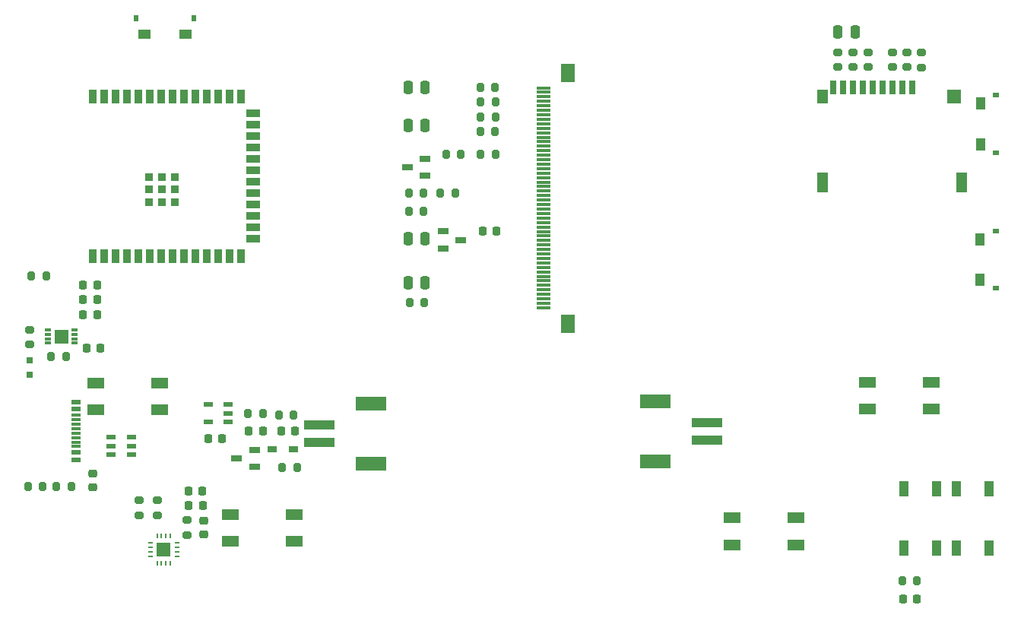
<source format=gbr>
%TF.GenerationSoftware,KiCad,Pcbnew,7.0.7*%
%TF.CreationDate,2023-10-03T15:02:23+02:00*%
%TF.ProjectId,Untitled,556e7469-746c-4656-942e-6b696361645f,rev?*%
%TF.SameCoordinates,Original*%
%TF.FileFunction,Paste,Top*%
%TF.FilePolarity,Positive*%
%FSLAX46Y46*%
G04 Gerber Fmt 4.6, Leading zero omitted, Abs format (unit mm)*
G04 Created by KiCad (PCBNEW 7.0.7) date 2023-10-03 15:02:23*
%MOMM*%
%LPD*%
G01*
G04 APERTURE LIST*
G04 Aperture macros list*
%AMRoundRect*
0 Rectangle with rounded corners*
0 $1 Rounding radius*
0 $2 $3 $4 $5 $6 $7 $8 $9 X,Y pos of 4 corners*
0 Add a 4 corners polygon primitive as box body*
4,1,4,$2,$3,$4,$5,$6,$7,$8,$9,$2,$3,0*
0 Add four circle primitives for the rounded corners*
1,1,$1+$1,$2,$3*
1,1,$1+$1,$4,$5*
1,1,$1+$1,$6,$7*
1,1,$1+$1,$8,$9*
0 Add four rect primitives between the rounded corners*
20,1,$1+$1,$2,$3,$4,$5,0*
20,1,$1+$1,$4,$5,$6,$7,0*
20,1,$1+$1,$6,$7,$8,$9,0*
20,1,$1+$1,$8,$9,$2,$3,0*%
G04 Aperture macros list end*
%ADD10R,0.700000X1.600000*%
%ADD11R,1.200000X1.500000*%
%ADD12R,1.200000X2.200000*%
%ADD13R,1.600000X1.500000*%
%ADD14R,3.500000X1.000000*%
%ADD15R,3.500000X1.500000*%
%ADD16R,1.450000X1.100000*%
%ADD17R,0.600000X0.800000*%
%ADD18R,1.100000X0.600000*%
%ADD19R,1.100000X0.300000*%
%ADD20R,1.070000X0.530000*%
%ADD21RoundRect,0.200000X-0.200000X-0.275000X0.200000X-0.275000X0.200000X0.275000X-0.200000X0.275000X0*%
%ADD22RoundRect,0.200000X0.200000X0.275000X-0.200000X0.275000X-0.200000X-0.275000X0.200000X-0.275000X0*%
%ADD23R,1.900000X1.200000*%
%ADD24R,0.750000X0.300000*%
%ADD25R,1.600000X1.600000*%
%ADD26R,1.250000X0.700000*%
%ADD27RoundRect,0.200000X0.275000X-0.200000X0.275000X0.200000X-0.275000X0.200000X-0.275000X-0.200000X0*%
%ADD28RoundRect,0.250000X-0.250000X-0.475000X0.250000X-0.475000X0.250000X0.475000X-0.250000X0.475000X0*%
%ADD29RoundRect,0.225000X0.225000X0.250000X-0.225000X0.250000X-0.225000X-0.250000X0.225000X-0.250000X0*%
%ADD30RoundRect,0.225000X-0.225000X-0.250000X0.225000X-0.250000X0.225000X0.250000X-0.225000X0.250000X0*%
%ADD31RoundRect,0.200000X-0.275000X0.200000X-0.275000X-0.200000X0.275000X-0.200000X0.275000X0.200000X0*%
%ADD32R,1.000000X1.700000*%
%ADD33R,0.900000X1.500000*%
%ADD34R,1.500000X0.900000*%
%ADD35R,0.900000X0.900000*%
%ADD36R,0.800000X0.800000*%
%ADD37R,1.000000X0.750000*%
%ADD38RoundRect,0.225000X-0.250000X0.225000X-0.250000X-0.225000X0.250000X-0.225000X0.250000X0.225000X0*%
%ADD39R,1.100000X1.450000*%
%ADD40R,0.800000X0.600000*%
%ADD41R,1.000000X0.600000*%
%ADD42RoundRect,0.225000X0.250000X-0.225000X0.250000X0.225000X-0.250000X0.225000X-0.250000X-0.225000X0*%
%ADD43R,1.500000X0.300000*%
%ADD44R,1.600000X2.000000*%
%ADD45R,0.600000X0.250000*%
%ADD46R,0.250000X0.600000*%
%ADD47R,1.500000X1.500000*%
%ADD48RoundRect,0.250000X0.250000X0.475000X-0.250000X0.475000X-0.250000X-0.475000X0.250000X-0.475000X0*%
G04 APERTURE END LIST*
D10*
%TO.C,Card1*%
X184600000Y-68000000D03*
X185700000Y-68000000D03*
X186800000Y-68000000D03*
X187900000Y-68000000D03*
X189000000Y-68000000D03*
X190100000Y-68000000D03*
X191200000Y-68000000D03*
X192300000Y-68000000D03*
X183500000Y-68000000D03*
D11*
X182300000Y-69000000D03*
D12*
X182300000Y-78600000D03*
X197800000Y-78600000D03*
D13*
X196900000Y-69000000D03*
%TD*%
D14*
%TO.C,H1*%
X126255982Y-107588781D03*
X126255982Y-105588781D03*
D15*
X131955982Y-109938781D03*
X131955982Y-103238781D03*
%TD*%
D16*
%TO.C,SW8*%
X111324630Y-62056434D03*
X106764630Y-62056434D03*
D17*
X112244630Y-60316434D03*
X105844630Y-60316434D03*
%TD*%
D18*
%TO.C,USB1*%
X99144549Y-103072072D03*
X99144549Y-103872072D03*
D19*
X99144549Y-104522072D03*
X99144549Y-105022072D03*
X99144549Y-105522072D03*
X99144549Y-106022072D03*
X99144549Y-106522072D03*
X99144549Y-107022072D03*
X99144549Y-107522072D03*
X99144549Y-108022072D03*
D18*
X99144549Y-108672072D03*
X99144549Y-109472072D03*
%TD*%
D14*
%TO.C,H2*%
X169386717Y-105323677D03*
X169386717Y-107323677D03*
D15*
X163686717Y-102973677D03*
X163686717Y-109673677D03*
%TD*%
D20*
%TO.C,D3*%
X103000000Y-107000000D03*
X103000000Y-107950000D03*
X103000000Y-108900000D03*
X105300000Y-108900000D03*
X105300000Y-107950000D03*
X105300000Y-107000000D03*
%TD*%
D21*
%TO.C,R14*%
X96350000Y-98000000D03*
X98000000Y-98000000D03*
%TD*%
D22*
%TO.C,R39*%
X145842365Y-71290465D03*
X144192365Y-71290465D03*
%TD*%
D23*
%TO.C,SW6*%
X187299647Y-103864513D03*
X194379647Y-103864513D03*
X194379647Y-100864513D03*
X187299647Y-100864513D03*
%TD*%
D22*
%TO.C,R9*%
X137875000Y-79794159D03*
X136225000Y-79794159D03*
%TD*%
D24*
%TO.C,U2*%
X99000000Y-96500000D03*
X99000000Y-96000000D03*
X99000000Y-95500000D03*
X99000000Y-95000000D03*
X96000000Y-95000000D03*
X96000000Y-95500000D03*
X96000000Y-96000000D03*
X96000000Y-96500000D03*
D25*
X97500000Y-95750000D03*
%TD*%
D26*
%TO.C,Q3*%
X140000000Y-84050000D03*
X140000000Y-85950000D03*
X142000000Y-85000000D03*
%TD*%
D27*
%TO.C,R27*%
X185712862Y-65773080D03*
X185712862Y-64123080D03*
%TD*%
D21*
%TO.C,R3*%
X122122576Y-110312356D03*
X123772576Y-110312356D03*
%TD*%
D27*
%TO.C,R31*%
X193333983Y-65786529D03*
X193333983Y-64136529D03*
%TD*%
D28*
%TO.C,C18*%
X136100000Y-84840779D03*
X138000000Y-84840779D03*
%TD*%
%TO.C,C19*%
X136100000Y-89783035D03*
X138000000Y-89783035D03*
%TD*%
D29*
%TO.C,C8*%
X113248427Y-114614991D03*
X111698427Y-114614991D03*
%TD*%
D21*
%TO.C,R5*%
X118297576Y-104312356D03*
X119947576Y-104312356D03*
%TD*%
D30*
%TO.C,C11*%
X99938831Y-91636276D03*
X101488831Y-91636276D03*
%TD*%
%TO.C,C3*%
X113853865Y-107165072D03*
X115403865Y-107165072D03*
%TD*%
%TO.C,C2*%
X99938831Y-93318430D03*
X101488831Y-93318430D03*
%TD*%
D22*
%TO.C,R36*%
X145842365Y-69647597D03*
X144192365Y-69647597D03*
%TD*%
D27*
%TO.C,R28*%
X187382101Y-65767441D03*
X187382101Y-64117441D03*
%TD*%
D31*
%TO.C,R7*%
X108159682Y-114000000D03*
X108159682Y-115650000D03*
%TD*%
D32*
%TO.C,SW2*%
X200850000Y-112700000D03*
X200850000Y-119300000D03*
X197150000Y-112700000D03*
X197150000Y-119300000D03*
%TD*%
D21*
%TO.C,R40*%
X144188941Y-75467361D03*
X145838941Y-75467361D03*
%TD*%
D32*
%TO.C,SW1*%
X195003639Y-112700000D03*
X195003639Y-119300000D03*
X191303639Y-112700000D03*
X191303639Y-119300000D03*
%TD*%
D23*
%TO.C,SW7*%
X172234852Y-118951737D03*
X179314852Y-118951737D03*
X179314852Y-115951737D03*
X172234852Y-115951737D03*
%TD*%
D22*
%TO.C,R11*%
X136294574Y-91949705D03*
X137944574Y-91949705D03*
%TD*%
D33*
%TO.C,U1*%
X101000000Y-86800000D03*
X102270000Y-86800000D03*
X103540000Y-86800000D03*
X104810000Y-86800000D03*
X106080000Y-86800000D03*
X107350000Y-86800000D03*
X108620000Y-86800000D03*
X109890000Y-86800000D03*
X111160000Y-86800000D03*
X112430000Y-86800000D03*
X113700000Y-86800000D03*
X114970000Y-86800000D03*
X116240000Y-86800000D03*
X117510000Y-86800000D03*
D34*
X118900000Y-84880000D03*
X118900000Y-83610000D03*
X118900000Y-82340000D03*
X118900000Y-81070000D03*
X118900000Y-79800000D03*
X118900000Y-78530000D03*
X118900000Y-77260000D03*
X118900000Y-75990000D03*
X118900000Y-74720000D03*
X118900000Y-73450000D03*
X118900000Y-72180000D03*
X118900000Y-70910000D03*
D33*
X117510000Y-69000000D03*
X116240000Y-69000000D03*
X114970000Y-69000000D03*
X113700000Y-69000000D03*
X112430000Y-69000000D03*
X111160000Y-69000000D03*
X109890000Y-69000000D03*
X108620000Y-69000000D03*
X107350000Y-69000000D03*
X106080000Y-69000000D03*
X104810000Y-69000000D03*
X103540000Y-69000000D03*
X102270000Y-69000000D03*
X101000000Y-69000000D03*
D35*
X107310000Y-80800000D03*
X108710000Y-80800000D03*
X110110000Y-80800000D03*
X107310000Y-79400000D03*
X108710000Y-79400000D03*
X110110000Y-79400000D03*
X107310000Y-78000000D03*
X108710000Y-78000000D03*
X110110000Y-78000000D03*
%TD*%
D22*
%TO.C,R15*%
X95442514Y-112459895D03*
X93792514Y-112459895D03*
%TD*%
D21*
%TO.C,R4*%
X121744302Y-104481484D03*
X123394302Y-104481484D03*
%TD*%
D30*
%TO.C,C20*%
X144450000Y-84000000D03*
X146000000Y-84000000D03*
%TD*%
D36*
%TO.C,CHARGE_LED1*%
X94000000Y-98400000D03*
X94000000Y-100000000D03*
%TD*%
D23*
%TO.C,SW4*%
X101379366Y-103954523D03*
X108459366Y-103954523D03*
X108459366Y-100954523D03*
X101379366Y-100954523D03*
%TD*%
D28*
%TO.C,C17*%
X136100000Y-68000000D03*
X138000000Y-68000000D03*
%TD*%
D37*
%TO.C,D1*%
X121000000Y-108312356D03*
X123340000Y-108312356D03*
%TD*%
D29*
%TO.C,C10*%
X101877144Y-97034964D03*
X100327144Y-97034964D03*
%TD*%
D22*
%TO.C,R10*%
X137875000Y-81840779D03*
X136225000Y-81840779D03*
%TD*%
D21*
%TO.C,R1*%
X94180424Y-88977012D03*
X95830424Y-88977012D03*
%TD*%
D38*
%TO.C,C9*%
X101000000Y-111000000D03*
X101000000Y-112550000D03*
%TD*%
D27*
%TO.C,R29*%
X190066006Y-65770674D03*
X190066006Y-64120674D03*
%TD*%
D39*
%TO.C,SW9*%
X199890313Y-74358218D03*
X199890313Y-69798218D03*
D40*
X201630313Y-75278218D03*
X201630313Y-68878218D03*
%TD*%
D22*
%TO.C,R38*%
X145825000Y-68000000D03*
X144175000Y-68000000D03*
%TD*%
D41*
%TO.C,U4*%
X116047576Y-105262356D03*
X116047576Y-104312356D03*
X116047576Y-103362356D03*
X113847576Y-103362356D03*
X113847576Y-105262356D03*
%TD*%
D21*
%TO.C,R12*%
X191175000Y-123000000D03*
X192825000Y-123000000D03*
%TD*%
D27*
%TO.C,R8*%
X111520185Y-117849977D03*
X111520185Y-116199977D03*
%TD*%
D42*
%TO.C,C7*%
X113383398Y-117802634D03*
X113383398Y-116252634D03*
%TD*%
D43*
%TO.C,J8*%
X151226163Y-68063886D03*
X151226163Y-68563886D03*
X151226163Y-69063886D03*
X151226163Y-69563886D03*
X151226163Y-70063886D03*
X151226163Y-70563886D03*
X151226163Y-71063886D03*
X151226163Y-71563886D03*
X151226163Y-72063886D03*
X151226163Y-72563886D03*
X151226163Y-73063886D03*
X151226163Y-73563886D03*
X151226163Y-74063886D03*
X151226163Y-74563886D03*
X151226163Y-75063886D03*
X151226163Y-75563886D03*
X151226163Y-76063886D03*
X151226163Y-76563886D03*
X151226163Y-77063886D03*
X151226163Y-77563886D03*
X151226163Y-78063886D03*
X151226163Y-78563886D03*
X151226163Y-79063886D03*
X151226163Y-79563886D03*
X151226163Y-80063886D03*
X151226163Y-80563886D03*
X151226163Y-81063886D03*
X151226163Y-81563886D03*
X151226163Y-82063886D03*
X151226163Y-82563886D03*
X151226163Y-83063886D03*
X151226163Y-83563886D03*
X151226163Y-84063886D03*
X151226163Y-84563886D03*
X151226163Y-85063886D03*
X151226163Y-85563886D03*
X151226163Y-86063886D03*
X151226163Y-86563886D03*
X151226163Y-87063886D03*
X151226163Y-87563886D03*
X151226163Y-88063886D03*
X151226163Y-88563886D03*
X151226163Y-89063886D03*
X151226163Y-89563886D03*
X151226163Y-90063886D03*
X151226163Y-90563886D03*
X151226163Y-91063886D03*
X151226163Y-91563886D03*
X151226163Y-92063886D03*
X151226163Y-92563886D03*
D44*
X153925978Y-94306608D03*
X153925978Y-66406608D03*
%TD*%
D27*
%TO.C,R16*%
X94000000Y-96650000D03*
X94000000Y-95000000D03*
%TD*%
%TO.C,R30*%
X191680218Y-65771894D03*
X191680218Y-64121894D03*
%TD*%
D29*
%TO.C,C6*%
X113234213Y-112951916D03*
X111684213Y-112951916D03*
%TD*%
D23*
%TO.C,SW5*%
X116328795Y-118597111D03*
X123408795Y-118597111D03*
X123408795Y-115597111D03*
X116328795Y-115597111D03*
%TD*%
D39*
%TO.C,SW10*%
X199823068Y-89480000D03*
X199823068Y-84920000D03*
D40*
X201563068Y-90400000D03*
X201563068Y-84000000D03*
%TD*%
D26*
%TO.C,Q1*%
X119000000Y-110262356D03*
X119000000Y-108362356D03*
X117000000Y-109312356D03*
%TD*%
D21*
%TO.C,R33*%
X140350000Y-75440290D03*
X142000000Y-75440290D03*
%TD*%
D27*
%TO.C,R6*%
X106159682Y-115650000D03*
X106159682Y-114000000D03*
%TD*%
%TO.C,R26*%
X183968802Y-65773080D03*
X183968802Y-64123080D03*
%TD*%
D21*
%TO.C,R13*%
X96953442Y-112484779D03*
X98603442Y-112484779D03*
%TD*%
D28*
%TO.C,C16*%
X136100000Y-72233880D03*
X138000000Y-72233880D03*
%TD*%
D30*
%TO.C,C14*%
X191225000Y-125000000D03*
X192775000Y-125000000D03*
%TD*%
D45*
%TO.C,U6*%
X110409682Y-120250000D03*
X110409682Y-119750000D03*
X110409682Y-119250000D03*
X110409682Y-118750000D03*
D46*
X109659682Y-118000000D03*
X109159682Y-118000000D03*
X108659682Y-118000000D03*
X108159682Y-118000000D03*
D45*
X107409682Y-118750000D03*
X107409682Y-119250000D03*
X107409682Y-119750000D03*
X107409682Y-120250000D03*
D46*
X108159682Y-121000000D03*
X108659682Y-121000000D03*
X109159682Y-121000000D03*
X109659682Y-121000000D03*
D47*
X108909682Y-119500000D03*
%TD*%
D26*
%TO.C,Q2*%
X138032500Y-77840779D03*
X138032500Y-75940779D03*
X136032500Y-76890779D03*
%TD*%
D30*
%TO.C,C1*%
X99938831Y-90000000D03*
X101488831Y-90000000D03*
%TD*%
D22*
%TO.C,R32*%
X141353813Y-79752616D03*
X139703813Y-79752616D03*
%TD*%
%TO.C,R37*%
X145823262Y-72933333D03*
X144173262Y-72933333D03*
%TD*%
D30*
%TO.C,C5*%
X118397576Y-106312356D03*
X119947576Y-106312356D03*
%TD*%
%TO.C,C4*%
X122000000Y-106312356D03*
X123550000Y-106312356D03*
%TD*%
D48*
%TO.C,C15*%
X185886949Y-61864305D03*
X183986949Y-61864305D03*
%TD*%
M02*

</source>
